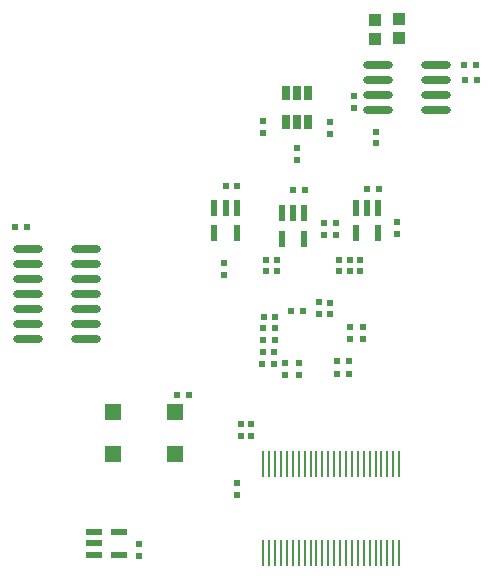
<source format=gtp>
%FSLAX25Y25*%
%MOIN*%
G70*
G01*
G75*
G04 Layer_Color=8421504*
%ADD10R,0.02362X0.01969*%
%ADD11R,0.01969X0.02362*%
%ADD12R,0.03937X0.03937*%
%ADD13R,0.02756X0.05118*%
%ADD14O,0.09843X0.02756*%
%ADD15O,0.00984X0.08709*%
%ADD16R,0.02165X0.05709*%
%ADD17R,0.02165X0.05709*%
%ADD18R,0.05709X0.02165*%
%ADD19R,0.05709X0.02165*%
%ADD20R,0.05500X0.05500*%
%ADD21C,0.00600*%
%ADD22C,0.01000*%
%ADD23R,0.04016X0.47795*%
%ADD24R,0.19930X0.02835*%
%ADD25R,0.05709X0.11535*%
%ADD26R,0.11693X0.05748*%
%ADD27R,0.09685X0.11614*%
%ADD28R,0.10354X0.24724*%
%ADD29R,0.03976X0.38622*%
%ADD30R,0.07756X0.05591*%
%ADD31R,0.02795X0.25433*%
%ADD32R,0.11102X0.04685*%
%ADD33R,0.22165X0.17244*%
%ADD34R,0.18858X0.15748*%
%ADD35R,0.03150X0.09449*%
%ADD36R,0.06299X0.06299*%
%ADD37R,0.04331X0.03937*%
%ADD38R,0.14756X0.04150*%
%ADD39C,0.04000*%
%ADD40C,0.05906*%
%ADD41R,0.05906X0.05906*%
%ADD42R,0.06000X0.06000*%
%ADD43C,0.06000*%
%ADD44C,0.02400*%
%ADD45C,0.01181*%
%ADD46C,0.03600*%
%ADD47R,0.06102X0.05512*%
%ADD48C,0.01969*%
%ADD49R,0.06732X0.10591*%
%ADD50R,0.03740X0.01811*%
%ADD51R,0.01614X0.03150*%
%ADD52R,0.01811X0.06772*%
%ADD53R,0.04134X0.15748*%
%ADD54R,0.05118X0.03150*%
%ADD55R,0.10827X0.05079*%
%ADD56R,0.04764X0.03898*%
%ADD57R,0.07559X0.05039*%
%ADD58R,0.07323X0.08110*%
%ADD59R,0.08425X0.10433*%
%ADD60R,0.04882X0.04803*%
%ADD61R,0.07008X0.05315*%
%ADD62R,0.03701X0.18425*%
%ADD63R,0.06299X0.10630*%
%ADD64R,0.04724X0.02362*%
%ADD65R,0.06299X0.01969*%
%ADD66R,0.12165X0.03661*%
%ADD67R,0.14488X0.02402*%
%ADD68R,0.05236X0.01969*%
%ADD69R,0.14724X0.11417*%
%ADD70C,0.00984*%
%ADD71C,0.02362*%
%ADD72C,0.00394*%
%ADD73C,0.00787*%
%ADD74C,0.00100*%
%ADD75C,0.00800*%
%ADD76C,0.00500*%
D10*
X140079Y93386D02*
D03*
X136142D02*
D03*
X232166Y198414D02*
D03*
X236103D02*
D03*
X203416Y162031D02*
D03*
X199479D02*
D03*
X178613Y161638D02*
D03*
X174676D02*
D03*
X156172Y162819D02*
D03*
X152235D02*
D03*
X82156Y149299D02*
D03*
X86093D02*
D03*
X231772Y203138D02*
D03*
X235709D02*
D03*
X164961Y119409D02*
D03*
X168898D02*
D03*
X164685Y115512D02*
D03*
X168622D02*
D03*
X164606Y107520D02*
D03*
X168543D02*
D03*
X164803Y111535D02*
D03*
X168740D02*
D03*
X164331Y103622D02*
D03*
X168268D02*
D03*
X193347Y100118D02*
D03*
X189409D02*
D03*
X193377Y104709D02*
D03*
X189440D02*
D03*
X178150Y121417D02*
D03*
X174213D02*
D03*
D11*
X193858Y111969D02*
D03*
Y115905D02*
D03*
X195158Y188965D02*
D03*
Y192902D02*
D03*
X202244Y177154D02*
D03*
Y181091D02*
D03*
X175984Y175433D02*
D03*
Y171496D02*
D03*
X164606Y184449D02*
D03*
Y180512D02*
D03*
X187008Y184331D02*
D03*
Y180394D02*
D03*
X209322Y151008D02*
D03*
Y147071D02*
D03*
X188900Y146531D02*
D03*
Y150469D02*
D03*
X184912Y150614D02*
D03*
Y146677D02*
D03*
X190030Y138409D02*
D03*
Y134472D02*
D03*
X193574Y138409D02*
D03*
Y134472D02*
D03*
X169558Y138409D02*
D03*
Y134472D02*
D03*
X160897Y83685D02*
D03*
Y79748D02*
D03*
X157353Y83685D02*
D03*
Y79748D02*
D03*
X123367Y39654D02*
D03*
Y43591D02*
D03*
X151772Y133307D02*
D03*
Y137244D02*
D03*
X197117Y134472D02*
D03*
Y138409D02*
D03*
X165621Y138409D02*
D03*
Y134472D02*
D03*
X156172Y60063D02*
D03*
Y64000D02*
D03*
X187126Y124094D02*
D03*
Y120158D02*
D03*
X183425Y124173D02*
D03*
Y120236D02*
D03*
X171920Y99827D02*
D03*
Y103764D02*
D03*
X176693Y99882D02*
D03*
Y103819D02*
D03*
X198071Y111850D02*
D03*
Y115787D02*
D03*
D12*
X209922Y218454D02*
D03*
Y212154D02*
D03*
X202059Y218390D02*
D03*
Y212091D02*
D03*
D13*
X179724Y193858D02*
D03*
X175984D02*
D03*
X172244D02*
D03*
Y184409D02*
D03*
X175984D02*
D03*
X179724D02*
D03*
D14*
X203228Y203158D02*
D03*
Y198158D02*
D03*
Y193158D02*
D03*
Y188158D02*
D03*
X222520Y203158D02*
D03*
Y198158D02*
D03*
Y193158D02*
D03*
Y188158D02*
D03*
X105581Y111858D02*
D03*
Y116858D02*
D03*
Y121858D02*
D03*
Y126858D02*
D03*
Y131858D02*
D03*
Y136858D02*
D03*
Y141858D02*
D03*
X86290Y111858D02*
D03*
Y116858D02*
D03*
Y121858D02*
D03*
Y126858D02*
D03*
Y131858D02*
D03*
Y136858D02*
D03*
Y141858D02*
D03*
D15*
X164833Y40559D02*
D03*
X166802D02*
D03*
X168771D02*
D03*
X170739D02*
D03*
X172707D02*
D03*
X174676D02*
D03*
X176645D02*
D03*
X178613D02*
D03*
X180581D02*
D03*
X182550D02*
D03*
X184519D02*
D03*
X186487D02*
D03*
X188456D02*
D03*
X190424D02*
D03*
X192393D02*
D03*
X194361D02*
D03*
X196330D02*
D03*
X198298D02*
D03*
X200267D02*
D03*
X202235D02*
D03*
X204204D02*
D03*
X206172D02*
D03*
X208141D02*
D03*
X210109D02*
D03*
X164833Y70224D02*
D03*
X166802D02*
D03*
X168771D02*
D03*
X170739D02*
D03*
X172707D02*
D03*
X174676D02*
D03*
X176645D02*
D03*
X178613D02*
D03*
X180581D02*
D03*
X182550D02*
D03*
X184519D02*
D03*
X186487D02*
D03*
X188456D02*
D03*
X190424D02*
D03*
X192393D02*
D03*
X194361D02*
D03*
X196330D02*
D03*
X198298D02*
D03*
X200267D02*
D03*
X202235D02*
D03*
X204204D02*
D03*
X206172D02*
D03*
X208141D02*
D03*
X210109D02*
D03*
D16*
X203219Y155634D02*
D03*
X178416Y153799D02*
D03*
X155975Y155634D02*
D03*
D17*
X199479Y155634D02*
D03*
X195739D02*
D03*
Y147169D02*
D03*
X203219D02*
D03*
X174676Y153799D02*
D03*
X170936D02*
D03*
Y145335D02*
D03*
X178416D02*
D03*
X152235Y155634D02*
D03*
X148495D02*
D03*
Y147169D02*
D03*
X155975D02*
D03*
D18*
X108426Y47544D02*
D03*
D19*
X108426Y43804D02*
D03*
Y40064D02*
D03*
X116891D02*
D03*
Y47544D02*
D03*
D20*
X114887Y73690D02*
D03*
X135387D02*
D03*
X114887Y87690D02*
D03*
X135387D02*
D03*
M02*

</source>
